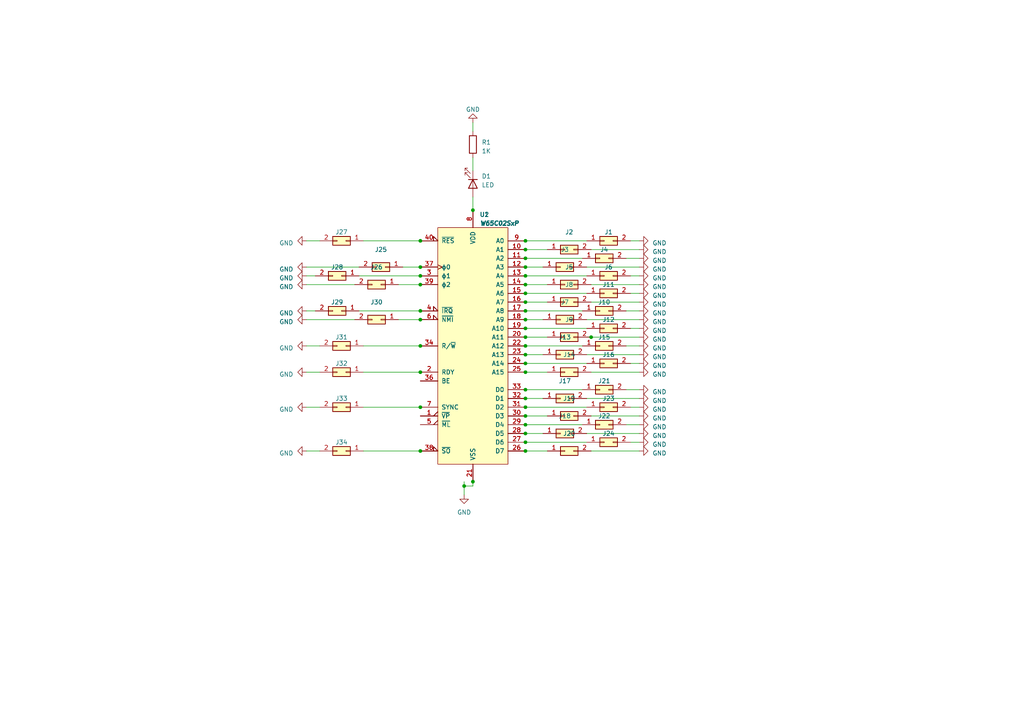
<source format=kicad_sch>
(kicad_sch (version 20230121) (generator eeschema)
  (paper "A4")
  (lib_symbols
    (symbol "6502:W65C02SxP" (pin_names (offset 1.016))
      (property "Reference" "U" (at -10.16 35.56 0))
      (property "Value" "W65C02SxP" (at 0 0 90))
      (symbol "W65C02SxP_0_1"
        (rectangle (start -10.16 34.29) (end 10.16 -34.29) (fill (type background)))
      )
      (symbol "W65C02SxP_1_1"
        (pin output output_low (at -15.24 -20.32 0) (length 5.08) (name "~{VP}") (number "1"))
        (pin tri_state line (at 15.24 27.94 180) (length 5.08) (name "A1") (number "10"))
        (pin tri_state line (at 15.24 25.4 180) (length 5.08) (name "A2") (number "11"))
        (pin tri_state line (at 15.24 22.86 180) (length 5.08) (name "A3") (number "12"))
        (pin tri_state line (at 15.24 20.32 180) (length 5.08) (name "A4") (number "13"))
        (pin tri_state line (at 15.24 17.78 180) (length 5.08) (name "A5") (number "14"))
        (pin tri_state line (at 15.24 15.24 180) (length 5.08) (name "A6") (number "15"))
        (pin tri_state line (at 15.24 12.7 180) (length 5.08) (name "A7") (number "16"))
        (pin tri_state line (at 15.24 10.16 180) (length 5.08) (name "A8") (number "17"))
        (pin tri_state line (at 15.24 7.62 180) (length 5.08) (name "A9") (number "18"))
        (pin tri_state line (at 15.24 5.08 180) (length 5.08) (name "A10") (number "19"))
        (pin open_collector line (at -15.24 -7.62 0) (length 5.08) (name "RDY") (number "2"))
        (pin tri_state line (at 15.24 2.54 180) (length 5.08) (name "A11") (number "20"))
        (pin power_in line (at 0 -39.37 90) (length 5.08) (name "VSS") (number "21"))
        (pin tri_state line (at 15.24 0 180) (length 5.08) (name "A12") (number "22"))
        (pin tri_state line (at 15.24 -2.54 180) (length 5.08) (name "A13") (number "23"))
        (pin tri_state line (at 15.24 -5.08 180) (length 5.08) (name "A14") (number "24"))
        (pin tri_state line (at 15.24 -7.62 180) (length 5.08) (name "A15") (number "25"))
        (pin bidirectional line (at 15.24 -30.48 180) (length 5.08) (name "D7") (number "26"))
        (pin bidirectional line (at 15.24 -27.94 180) (length 5.08) (name "D6") (number "27"))
        (pin bidirectional line (at 15.24 -25.4 180) (length 5.08) (name "D5") (number "28"))
        (pin bidirectional line (at 15.24 -22.86 180) (length 5.08) (name "D4") (number "29"))
        (pin output line (at -15.24 20.32 0) (length 5.08) (name "ϕ1") (number "3"))
        (pin bidirectional line (at 15.24 -20.32 180) (length 5.08) (name "D3") (number "30"))
        (pin bidirectional line (at 15.24 -17.78 180) (length 5.08) (name "D2") (number "31"))
        (pin bidirectional line (at 15.24 -15.24 180) (length 5.08) (name "D1") (number "32"))
        (pin bidirectional line (at 15.24 -12.7 180) (length 5.08) (name "D0") (number "33"))
        (pin tri_state line (at -15.24 0 0) (length 5.08) (name "R/~{W}") (number "34"))
        (pin no_connect non_logic (at -10.16 -27.94 0) (length 2.54) hide (name "nc") (number "35"))
        (pin input line (at -15.24 -10.16 0) (length 5.08) (name "BE") (number "36"))
        (pin input clock (at -15.24 22.86 0) (length 5.08) (name "ϕ0") (number "37"))
        (pin input input_low (at -15.24 -30.48 0) (length 5.08) (name "~{SO}") (number "38"))
        (pin output line (at -15.24 17.78 0) (length 5.08) (name "ϕ2") (number "39"))
        (pin input input_low (at -15.24 10.16 0) (length 5.08) (name "~{IRQ}") (number "4"))
        (pin input input_low (at -15.24 30.48 0) (length 5.08) (name "~{RES}") (number "40"))
        (pin output output_low (at -15.24 -22.86 0) (length 5.08) (name "~{ML}") (number "5"))
        (pin input input_low (at -15.24 7.62 0) (length 5.08) (name "~{NMI}") (number "6"))
        (pin output line (at -15.24 -17.78 0) (length 5.08) (name "SYNC") (number "7"))
        (pin power_in line (at 0 39.37 270) (length 5.08) (name "VDD") (number "8"))
        (pin tri_state line (at 15.24 30.48 180) (length 5.08) (name "A0") (number "9"))
      )
    )
    (symbol "Connector_Generic:Conn_02x01" (pin_names (offset 1.016) hide)
      (property "Reference" "J" (at 1.27 2.54 0))
      (property "Value" "Conn_02x01" (at 1.27 -2.54 0))
      (symbol "Conn_02x01_1_1"
        (rectangle (start -1.27 0.127) (end 0 -0.127) (stroke (width 0.1524)))
        (rectangle (start -1.27 1.27) (end 3.81 -1.27) (stroke (width 0.254)) (fill (type background)))
        (rectangle (start 3.81 0.127) (end 2.54 -0.127) (stroke (width 0.1524)))
        (pin passive line (at -5.08 0 0) (length 3.81) (name "Pin_1") (number "1"))
        (pin passive line (at 7.62 0 180) (length 3.81) (name "Pin_2") (number "2"))
      )
    )
    (symbol "Device:LED" (pin_numbers hide) (pin_names (offset 1.016) hide)
      (property "Reference" "D" (at 0 2.54 0))
      (property "Value" "LED" (at 0 -2.54 0))
      (symbol "LED_0_1"
        (polyline (pts (xy -1.27 -1.27) (xy -1.27 1.27)) (stroke (width 0.254)))
        (polyline (pts (xy -1.27 0) (xy 1.27 0)))
        (polyline (pts (xy 1.27 -1.27) (xy 1.27 1.27) (xy -1.27 0) (xy 1.27 -1.27)) (stroke (width 0.254)))
        (polyline (pts (xy -3.048 -0.762) (xy -4.572 -2.286) (xy -3.81 -2.286) (xy -4.572 -2.286) (xy -4.572 -1.524)))
        (polyline (pts (xy -1.778 -0.762) (xy -3.302 -2.286) (xy -2.54 -2.286) (xy -3.302 -2.286) (xy -3.302 -1.524)))
      )
      (symbol "LED_1_1"
        (pin passive line (at -3.81 0 0) (length 2.54) (name "K") (number "1"))
        (pin passive line (at 3.81 0 180) (length 2.54) (name "A") (number "2"))
      )
    )
    (symbol "Device:R" (pin_numbers hide) (pin_names (offset 0))
      (property "Reference" "R" (at 2.032 0 90))
      (property "Value" "R" (at 0 0 90))
      (symbol "R_0_1"
        (rectangle (start -1.016 -2.54) (end 1.016 2.54) (stroke (width 0.254)))
      )
      (symbol "R_1_1"
        (pin passive line (at 0 3.81 270) (length 1.27) (name "~") (number "1"))
        (pin passive line (at 0 -3.81 90) (length 1.27) (name "~") (number "2"))
      )
    )
    (symbol "power:GND" (power) (pin_names (offset 0))
      (property "Value" "GND" (at 0 -3.81 0))
      (symbol "GND_0_1"
        (polyline (pts (xy 0 0) (xy 0 -1.27) (xy 1.27 -1.27) (xy 0 -2.54) (xy -1.27 -1.27) (xy 0 -1.27)))
      )
      (symbol "GND_1_1"
        (pin power_in line (at 0 0 270) (length 0) hide (name "GND") (number "1"))
      )
    )
  )
  (junction (at 152.4 85.09))
  (junction (at 152.4 123.19))
  (junction (at 152.4 82.55))
  (junction (at 152.4 72.39))
  (junction (at 152.4 128.27))
  (junction (at 121.92 107.95))
  (junction (at 134.62 140.97))
  (junction (at 152.4 102.87))
  (junction (at 121.92 90.17))
  (junction (at 152.4 130.81))
  (junction (at 137.16 139.7))
  (junction (at 121.92 69.85))
  (junction (at 152.4 80.01))
  (junction (at 121.92 77.47))
  (junction (at 121.92 80.01))
  (junction (at 121.92 92.71))
  (junction (at 137.16 60.96))
  (junction (at 121.92 82.55))
  (junction (at 152.4 69.85))
  (junction (at 152.4 90.17))
  (junction (at 152.4 115.57))
  (junction (at 152.4 120.65))
  (junction (at 152.4 118.11))
  (junction (at 171.45 97.79))
  (junction (at 152.4 74.93))
  (junction (at 152.4 97.79))
  (junction (at 152.4 92.71))
  (junction (at 152.4 125.73))
  (junction (at 152.4 77.47))
  (junction (at 121.92 118.11))
  (junction (at 152.4 95.25))
  (junction (at 152.4 107.95))
  (junction (at 121.92 130.81))
  (junction (at 152.4 87.63))
  (junction (at 121.92 100.33))
  (junction (at 152.4 105.41))
  (junction (at 152.4 113.03))
  (junction (at 152.4 100.33))
  (wire (pts (xy 181.61 100.33) (xy 185.42 100.33)))
  (wire (pts (xy 152.4 72.39) (xy 158.75 72.39)))
  (wire (pts (xy 182.88 69.85) (xy 185.42 69.85)))
  (wire (pts (xy 121.92 80.01) (xy 104.14 80.01)))
  (wire (pts (xy 170.18 92.71) (xy 185.42 92.71)))
  (wire (pts (xy 137.16 35.56) (xy 137.16 38.1)))
  (wire (pts (xy 171.45 130.81) (xy 185.42 130.81)))
  (wire (pts (xy 121.92 82.55) (xy 115.57 82.55)))
  (wire (pts (xy 115.57 92.71) (xy 121.92 92.71)))
  (wire (pts (xy 137.16 140.97) (xy 137.16 139.7)))
  (wire (pts (xy 134.62 140.97) (xy 134.62 143.51)))
  (wire (pts (xy 171.45 72.39) (xy 185.42 72.39)))
  (wire (pts (xy 152.4 102.87) (xy 157.48 102.87)))
  (wire (pts (xy 152.4 92.71) (xy 157.48 92.71)))
  (wire (pts (xy 104.14 77.47) (xy 88.9 77.47)))
  (wire (pts (xy 121.92 90.17) (xy 104.14 90.17)))
  (wire (pts (xy 171.45 107.95) (xy 185.42 107.95)))
  (wire (pts (xy 170.18 77.47) (xy 185.42 77.47)))
  (wire (pts (xy 171.45 82.55) (xy 185.42 82.55)))
  (wire (pts (xy 152.4 80.01) (xy 170.18 80.01)))
  (wire (pts (xy 121.92 77.47) (xy 116.84 77.47)))
  (wire (pts (xy 88.9 130.81) (xy 92.71 130.81)))
  (wire (pts (xy 102.87 92.71) (xy 88.9 92.71)))
  (wire (pts (xy 182.88 118.11) (xy 185.42 118.11)))
  (wire (pts (xy 105.41 100.33) (xy 121.92 100.33)))
  (wire (pts (xy 182.88 85.09) (xy 185.42 85.09)))
  (wire (pts (xy 152.4 123.19) (xy 168.91 123.19)))
  (wire (pts (xy 152.4 74.93) (xy 168.91 74.93)))
  (wire (pts (xy 152.4 115.57) (xy 157.48 115.57)))
  (wire (pts (xy 134.62 139.7) (xy 134.62 140.97)))
  (wire (pts (xy 170.18 102.87) (xy 185.42 102.87)))
  (wire (pts (xy 88.9 118.11) (xy 92.71 118.11)))
  (wire (pts (xy 152.4 95.25) (xy 170.18 95.25)))
  (wire (pts (xy 152.4 118.11) (xy 170.18 118.11)))
  (wire (pts (xy 181.61 74.93) (xy 185.42 74.93)))
  (wire (pts (xy 88.9 100.33) (xy 92.71 100.33)))
  (wire (pts (xy 170.18 115.57) (xy 185.42 115.57)))
  (wire (pts (xy 91.44 80.01) (xy 88.9 80.01)))
  (wire (pts (xy 152.4 77.47) (xy 157.48 77.47)))
  (wire (pts (xy 182.88 128.27) (xy 185.42 128.27)))
  (wire (pts (xy 152.4 130.81) (xy 158.75 130.81)))
  (wire (pts (xy 152.4 107.95) (xy 158.75 107.95)))
  (wire (pts (xy 152.4 85.09) (xy 170.18 85.09)))
  (wire (pts (xy 181.61 123.19) (xy 185.42 123.19)))
  (wire (pts (xy 152.4 125.73) (xy 157.48 125.73)))
  (wire (pts (xy 171.45 120.65) (xy 185.42 120.65)))
  (wire (pts (xy 152.4 90.17) (xy 168.91 90.17)))
  (wire (pts (xy 152.4 82.55) (xy 158.75 82.55)))
  (wire (pts (xy 152.4 128.27) (xy 170.18 128.27)))
  (wire (pts (xy 152.4 97.79) (xy 158.75 97.79)))
  (wire (pts (xy 134.62 140.97) (xy 137.16 140.97)))
  (wire (pts (xy 105.41 130.81) (xy 121.92 130.81)))
  (wire (pts (xy 181.61 113.03) (xy 185.42 113.03)))
  (wire (pts (xy 137.16 45.72) (xy 137.16 49.53)))
  (wire (pts (xy 170.18 125.73) (xy 185.42 125.73)))
  (wire (pts (xy 105.41 69.85) (xy 121.92 69.85)))
  (wire (pts (xy 171.45 87.63) (xy 185.42 87.63)))
  (wire (pts (xy 88.9 107.95) (xy 92.71 107.95)))
  (wire (pts (xy 105.41 107.95) (xy 121.92 107.95)))
  (wire (pts (xy 181.61 90.17) (xy 185.42 90.17)))
  (wire (pts (xy 152.4 105.41) (xy 170.18 105.41)))
  (wire (pts (xy 152.4 87.63) (xy 158.75 87.63)))
  (wire (pts (xy 152.4 69.85) (xy 170.18 69.85)))
  (wire (pts (xy 152.4 120.65) (xy 158.75 120.65)))
  (wire (pts (xy 137.16 57.15) (xy 137.16 60.96)))
  (wire (pts (xy 182.88 105.41) (xy 185.42 105.41)))
  (wire (pts (xy 88.9 69.85) (xy 92.71 69.85)))
  (wire (pts (xy 152.4 113.03) (xy 168.91 113.03)))
  (wire (pts (xy 105.41 118.11) (xy 121.92 118.11)))
  (wire (pts (xy 182.88 95.25) (xy 185.42 95.25)))
  (wire (pts (xy 152.4 100.33) (xy 168.91 100.33)))
  (wire (pts (xy 171.45 97.79) (xy 185.42 97.79)))
  (wire (pts (xy 182.88 80.01) (xy 185.42 80.01)))
  (wire (pts (xy 170.18 97.79) (xy 171.45 97.79)))
  (wire (pts (xy 91.44 90.17) (xy 88.9 90.17)))
  (wire (pts (xy 102.87 82.55) (xy 88.9 82.55)))
  (symbol (lib_id "Connector_Generic:Conn_02x01") (at 175.26 85.09 0) (unit 1)
    (property "Reference" "J11" (at 176.53 82.55 0))
    (property "Value" "Conn_02x01" (effects hide))
    (property "Footprint" "Connector_PinHeader_2.54mm:PinHeader_2x01_P2.54mm_Vertical" (effects hide))
  )
  (symbol (lib_id "power:GND") (at 88.9 92.71 270) (mirror x) (unit 1)
    (property "Reference" "#PWR030" (effects hide))
    (property "Value" "GND" (at 85.09 93.345 90) (effects (justify right)))
  )
  (symbol (lib_id "Connector_Generic:Conn_02x01") (at 173.99 113.03 0) (unit 1)
    (property "Reference" "J21" (at 175.26 110.49 0))
    (property "Value" "Conn_02x01" (effects hide))
    (property "Footprint" "Connector_PinHeader_2.54mm:PinHeader_2x01_P2.54mm_Vertical" (effects hide))
  )
  (symbol (lib_id "power:GND") (at 185.42 107.95 90) (unit 1)
    (property "Reference" "#PWR016" (effects hide))
    (property "Value" "GND" (at 189.23 108.585 90) (effects (justify right)))
  )
  (symbol (lib_id "Connector_Generic:Conn_02x01") (at 163.83 82.55 0) (unit 1)
    (property "Reference" "J5" (at 165.1 77.47 0))
    (property "Value" "Conn_02x01" (effects hide))
    (property "Footprint" "Connector_PinHeader_2.54mm:PinHeader_2x01_P2.54mm_Vertical" (effects hide))
  )
  (symbol (lib_id "Connector_Generic:Conn_02x01") (at 100.33 107.95 0) (mirror y) (unit 1)
    (property "Reference" "J32" (at 99.06 105.41 0))
    (property "Value" "Conn_02x01" (effects hide))
    (property "Footprint" "Connector_PinHeader_2.54mm:PinHeader_2x01_P2.54mm_Vertical" (effects hide))
  )
  (symbol (lib_id "Connector_Generic:Conn_02x01") (at 163.83 120.65 0) (unit 1)
    (property "Reference" "J19" (at 165.1 115.57 0))
    (property "Value" "Conn_02x01" (effects hide))
    (property "Footprint" "Connector_PinHeader_2.54mm:PinHeader_2x01_P2.54mm_Vertical" (effects hide))
  )
  (symbol (lib_id "power:GND") (at 185.42 120.65 90) (unit 1)
    (property "Reference" "#PWR022" (effects hide))
    (property "Value" "GND" (at 189.23 121.285 90) (effects (justify right)))
  )
  (symbol (lib_id "power:GND") (at 88.9 130.81 270) (mirror x) (unit 1)
    (property "Reference" "#PWR034" (effects hide))
    (property "Value" "GND" (at 85.09 131.445 90) (effects (justify right)))
  )
  (symbol (lib_id "Connector_Generic:Conn_02x01") (at 173.99 74.93 0) (unit 1)
    (property "Reference" "J4" (at 175.26 72.39 0))
    (property "Value" "Conn_02x01" (effects hide))
    (property "Footprint" "Connector_PinHeader_2.54mm:PinHeader_2x01_P2.54mm_Vertical" (effects hide))
  )
  (symbol (lib_id "Connector_Generic:Conn_02x01") (at 162.56 102.87 0) (unit 1)
    (property "Reference" "J13" (at 163.83 97.79 0))
    (property "Value" "Conn_02x01" (effects hide))
    (property "Footprint" "Connector_PinHeader_2.54mm:PinHeader_2x01_P2.54mm_Vertical" (effects hide))
  )
  (symbol (lib_id "Connector_Generic:Conn_02x01") (at 163.83 72.39 0) (unit 1)
    (property "Reference" "J2" (at 165.1 67.31 0))
    (property "Value" "Conn_02x01" (effects hide))
    (property "Footprint" "Connector_PinHeader_2.54mm:PinHeader_2x01_P2.54mm_Vertical" (effects hide))
  )
  (symbol (lib_id "power:GND") (at 185.42 115.57 90) (unit 1)
    (property "Reference" "#PWR018" (effects hide))
    (property "Value" "GND" (at 189.23 116.205 90) (effects (justify right)))
  )
  (symbol (lib_id "Connector_Generic:Conn_02x01") (at 111.76 77.47 0) (mirror y) (unit 1)
    (property "Reference" "J25" (at 110.49 72.39 0))
    (property "Value" "Conn_02x01" (effects hide))
    (property "Footprint" "Connector_PinHeader_2.54mm:PinHeader_2x01_P2.54mm_Vertical" (effects hide))
  )
  (symbol (lib_id "power:GND") (at 185.42 87.63 90) (unit 1)
    (property "Reference" "#PWR010" (effects hide))
    (property "Value" "GND" (at 189.23 88.265 90) (effects (justify right)))
  )
  (symbol (lib_id "power:GND") (at 185.42 113.03 90) (unit 1)
    (property "Reference" "#PWR017" (effects hide))
    (property "Value" "GND" (at 189.23 113.665 90) (effects (justify right)))
  )
  (symbol (lib_id "Connector_Generic:Conn_02x01") (at 100.33 100.33 0) (mirror y) (unit 1)
    (property "Reference" "J31" (at 99.06 97.79 0))
    (property "Value" "Conn_02x01" (effects hide))
    (property "Footprint" "Connector_PinHeader_2.54mm:PinHeader_2x01_P2.54mm_Vertical" (effects hide))
  )
  (symbol (lib_id "Connector_Generic:Conn_02x01") (at 162.56 92.71 0) (unit 1)
    (property "Reference" "J7" (at 163.83 87.63 0))
    (property "Value" "Conn_02x01" (effects hide))
    (property "Footprint" "Connector_PinHeader_2.54mm:PinHeader_2x01_P2.54mm_Vertical" (effects hide))
  )
  (symbol (lib_id "power:GND") (at 185.42 69.85 90) (unit 1)
    (property "Reference" "#PWR01" (effects hide))
    (property "Value" "GND" (at 189.23 70.485 90) (effects (justify right)))
  )
  (symbol (lib_id "Connector_Generic:Conn_02x01") (at 173.99 123.19 0) (unit 1)
    (property "Reference" "J22" (at 175.26 120.65 0))
    (property "Value" "Conn_02x01" (effects hide))
    (property "Footprint" "Connector_PinHeader_2.54mm:PinHeader_2x01_P2.54mm_Vertical" (effects hide))
  )
  (symbol (lib_id "Connector_Generic:Conn_02x01") (at 163.83 130.81 0) (unit 1)
    (property "Reference" "J20" (at 165.1 125.73 0))
    (property "Value" "Conn_02x01" (effects hide))
    (property "Footprint" "Connector_PinHeader_2.54mm:PinHeader_2x01_P2.54mm_Vertical" (effects hide))
  )
  (symbol (lib_id "power:GND") (at 185.42 72.39 90) (unit 1)
    (property "Reference" "#PWR02" (effects hide))
    (property "Value" "GND" (at 189.23 73.025 90) (effects (justify right)))
  )
  (symbol (lib_id "power:GND") (at 185.42 125.73 90) (unit 1)
    (property "Reference" "#PWR020" (effects hide))
    (property "Value" "GND" (at 189.23 126.365 90) (effects (justify right)))
  )
  (symbol (lib_id "power:GND") (at 185.42 105.41 90) (unit 1)
    (property "Reference" "#PWR015" (effects hide))
    (property "Value" "GND" (at 189.23 106.045 90) (effects (justify right)))
  )
  (symbol (lib_id "Connector_Generic:Conn_02x01") (at 100.33 130.81 0) (mirror y) (unit 1)
    (property "Reference" "J34" (at 99.06 128.27 0))
    (property "Value" "Conn_02x01" (effects hide))
    (property "Footprint" "Connector_PinHeader_2.54mm:PinHeader_2x01_P2.54mm_Vertical" (effects hide))
  )
  (symbol (lib_id "Connector_Generic:Conn_02x01") (at 163.83 97.79 0) (unit 1)
    (property "Reference" "J9" (at 165.1 92.71 0))
    (property "Value" "Conn_02x01" (effects hide))
    (property "Footprint" "Connector_PinHeader_2.54mm:PinHeader_2x01_P2.54mm_Vertical" (effects hide))
  )
  (symbol (lib_id "power:GND") (at 185.42 90.17 90) (unit 1)
    (property "Reference" "#PWR07" (effects hide))
    (property "Value" "GND" (at 189.23 90.805 90) (effects (justify right)))
  )
  (symbol (lib_id "Connector_Generic:Conn_02x01") (at 110.49 92.71 0) (mirror y) (unit 1)
    (property "Reference" "J30" (at 109.22 87.63 0))
    (property "Value" "Conn_02x01" (effects hide))
    (property "Footprint" "Connector_PinHeader_2.54mm:PinHeader_2x01_P2.54mm_Vertical" (effects hide))
  )
  (symbol (lib_id "Connector_Generic:Conn_02x01") (at 162.56 125.73 0) (unit 1)
    (property "Reference" "J18" (at 163.83 120.65 0))
    (property "Value" "Conn_02x01" (effects hide))
    (property "Footprint" "Connector_PinHeader_2.54mm:PinHeader_2x01_P2.54mm_Vertical" (effects hide))
  )
  (symbol (lib_id "Connector_Generic:Conn_02x01") (at 175.26 105.41 0) (unit 1)
    (property "Reference" "J16" (at 176.53 102.87 0))
    (property "Value" "Conn_02x01" (effects hide))
    (property "Footprint" "Connector_PinHeader_2.54mm:PinHeader_2x01_P2.54mm_Vertical" (effects hide))
  )
  (symbol (lib_id "power:GND") (at 185.42 85.09 90) (unit 1)
    (property "Reference" "#PWR09" (effects hide))
    (property "Value" "GND" (at 189.23 85.725 90) (effects (justify right)))
  )
  (symbol (lib_id "6502:W65C02SxP") (at 137.16 100.33 0) (unit 1)
    (property "Reference" "U2" (at 139.1159 62.23 0) (effects (justify left)))
    (property "Value" "W65C02SxP" (at 139.1159 64.77 0) (effects (font bold italic) (justify left)))
    (property "Footprint" "Package_DIP:DIP-40_W15.24mm" (effects hide))
    (property "Datasheet" "http://www.westerndesigncenter.com/wdc/documentation/w65c02s.pdf" (effects hide))
  )
  (symbol (lib_id "Connector_Generic:Conn_02x01") (at 162.56 77.47 0) (unit 1)
    (property "Reference" "J3" (at 163.83 72.39 0))
    (property "Value" "Conn_02x01" (effects hide))
    (property "Footprint" "Connector_PinHeader_2.54mm:PinHeader_2x01_P2.54mm_Vertical" (effects hide))
  )
  (symbol (lib_id "power:GND") (at 88.9 107.95 270) (mirror x) (unit 1)
    (property "Reference" "#PWR032" (effects hide))
    (property "Value" "GND" (at 85.09 108.585 90) (effects (justify right)))
  )
  (symbol (lib_id "Connector_Generic:Conn_02x01") (at 99.06 90.17 0) (mirror y) (unit 1)
    (property "Reference" "J29" (at 97.79 87.63 0))
    (property "Value" "Conn_02x01" (effects hide))
    (property "Footprint" "Connector_PinHeader_2.54mm:PinHeader_2x01_P2.54mm_Vertical" (effects hide))
  )
  (symbol (lib_id "Connector_Generic:Conn_02x01") (at 173.99 90.17 0) (unit 1)
    (property "Reference" "J10" (at 175.26 87.63 0))
    (property "Value" "Conn_02x01" (effects hide))
    (property "Footprint" "Connector_PinHeader_2.54mm:PinHeader_2x01_P2.54mm_Vertical" (effects hide))
  )
  (symbol (lib_id "Connector_Generic:Conn_02x01") (at 162.56 115.57 0) (unit 1)
    (property "Reference" "J17" (at 163.83 110.49 0))
    (property "Value" "Conn_02x01" (effects hide))
    (property "Footprint" "Connector_PinHeader_2.54mm:PinHeader_2x01_P2.54mm_Vertical" (effects hide))
  )
  (symbol (lib_id "power:GND") (at 88.9 90.17 270) (mirror x) (unit 1)
    (property "Reference" "#PWR029" (effects hide))
    (property "Value" "GND" (at 85.09 90.805 90) (effects (justify right)))
  )
  (symbol (lib_id "power:GND") (at 185.42 74.93 90) (unit 1)
    (property "Reference" "#PWR03" (effects hide))
    (property "Value" "GND" (at 189.23 75.565 90) (effects (justify right)))
  )
  (symbol (lib_id "Connector_Generic:Conn_02x01") (at 99.06 80.01 0) (mirror y) (unit 1)
    (property "Reference" "J28" (at 97.79 77.47 0))
    (property "Value" "Conn_02x01" (effects hide))
    (property "Footprint" "Connector_PinHeader_2.54mm:PinHeader_2x01_P2.54mm_Vertical" (effects hide))
  )
  (symbol (lib_id "power:GND") (at 88.9 80.01 270) (mirror x) (unit 1)
    (property "Reference" "#PWR027" (effects hide))
    (property "Value" "GND" (at 85.09 80.645 90) (effects (justify right)))
  )
  (symbol (lib_id "power:GND") (at 88.9 82.55 270) (mirror x) (unit 1)
    (property "Reference" "#PWR028" (effects hide))
    (property "Value" "GND" (at 85.09 83.185 90) (effects (justify right)))
  )
  (symbol (lib_id "power:GND") (at 88.9 77.47 270) (mirror x) (unit 1)
    (property "Reference" "#PWR026" (effects hide))
    (property "Value" "GND" (at 85.09 78.105 90) (effects (justify right)))
  )
  (symbol (lib_id "power:GND") (at 185.42 118.11 90) (unit 1)
    (property "Reference" "#PWR021" (effects hide))
    (property "Value" "GND" (at 189.23 118.745 90) (effects (justify right)))
  )
  (symbol (lib_id "Connector_Generic:Conn_02x01") (at 163.83 107.95 0) (unit 1)
    (property "Reference" "J14" (at 165.1 102.87 0))
    (property "Value" "Conn_02x01" (effects hide))
    (property "Footprint" "Connector_PinHeader_2.54mm:PinHeader_2x01_P2.54mm_Vertical" (effects hide))
  )
  (symbol (lib_id "power:GND") (at 88.9 69.85 270) (mirror x) (unit 1)
    (property "Reference" "#PWR025" (effects hide))
    (property "Value" "GND" (at 85.09 70.485 90) (effects (justify right)))
  )
  (symbol (lib_id "power:GND") (at 134.62 143.51 0) (mirror y) (unit 1)
    (property "Reference" "#PWR035" (effects hide))
    (property "Value" "GND" (at 134.62 148.59 0))
  )
  (symbol (lib_id "Connector_Generic:Conn_02x01") (at 175.26 80.01 0) (unit 1)
    (property "Reference" "J6" (at 176.53 77.47 0))
    (property "Value" "Conn_02x01" (effects hide))
    (property "Footprint" "Connector_PinHeader_2.54mm:PinHeader_2x01_P2.54mm_Vertical" (effects hide))
  )
  (symbol (lib_id "power:GND") (at 185.42 95.25 90) (unit 1)
    (property "Reference" "#PWR011" (effects hide))
    (property "Value" "GND" (at 189.23 95.885 90) (effects (justify right)))
  )
  (symbol (lib_id "power:GND") (at 185.42 123.19 90) (unit 1)
    (property "Reference" "#PWR019" (effects hide))
    (property "Value" "GND" (at 189.23 123.825 90) (effects (justify right)))
  )
  (symbol (lib_id "power:GND") (at 137.16 35.56 180) (unit 1)
    (property "Reference" "#PWR036" (effects hide))
    (property "Value" "GND" (at 137.16 31.75 0))
  )
  (symbol (lib_id "Device:LED") (at 137.16 53.34 270) (unit 1)
    (property "Reference" "D1" (at 139.7 51.1175 90) (effects (justify left)))
    (property "Value" "LED" (at 139.7 53.6575 90) (effects (justify left)))
    (property "Footprint" "LED_THT:LED_D3.0mm" (effects hide))
  )
  (symbol (lib_id "Connector_Generic:Conn_02x01") (at 100.33 69.85 0) (mirror y) (unit 1)
    (property "Reference" "J27" (at 99.06 67.31 0))
    (property "Value" "Conn_02x01" (effects hide))
    (property "Footprint" "Connector_PinHeader_2.54mm:PinHeader_2x01_P2.54mm_Vertical" (effects hide))
  )
  (symbol (lib_id "Connector_Generic:Conn_02x01") (at 175.26 95.25 0) (unit 1)
    (property "Reference" "J12" (at 176.53 92.71 0))
    (property "Value" "Conn_02x01" (effects hide))
    (property "Footprint" "Connector_PinHeader_2.54mm:PinHeader_2x01_P2.54mm_Vertical" (effects hide))
  )
  (symbol (lib_id "Connector_Generic:Conn_02x01") (at 173.99 100.33 0) (unit 1)
    (property "Reference" "J15" (at 175.26 97.79 0))
    (property "Value" "Conn_02x01" (effects hide))
    (property "Footprint" "Connector_PinHeader_2.54mm:PinHeader_2x01_P2.54mm_Vertical" (effects hide))
  )
  (symbol (lib_id "power:GND") (at 185.42 100.33 90) (unit 1)
    (property "Reference" "#PWR013" (effects hide))
    (property "Value" "GND" (at 189.23 100.965 90) (effects (justify right)))
  )
  (symbol (lib_id "Connector_Generic:Conn_02x01") (at 100.33 118.11 0) (mirror y) (unit 1)
    (property "Reference" "J33" (at 99.06 115.57 0))
    (property "Value" "Conn_02x01" (effects hide))
    (property "Footprint" "Connector_PinHeader_2.54mm:PinHeader_2x01_P2.54mm_Vertical" (effects hide))
  )
  (symbol (lib_id "Connector_Generic:Conn_02x01") (at 110.49 82.55 0) (mirror y) (unit 1)
    (property "Reference" "J26" (at 109.22 77.47 0))
    (property "Value" "Conn_02x01" (effects hide))
    (property "Footprint" "Connector_PinHeader_2.54mm:PinHeader_2x01_P2.54mm_Vertical" (effects hide))
  )
  (symbol (lib_id "Connector_Generic:Conn_02x01") (at 175.26 118.11 0) (unit 1)
    (property "Reference" "J23" (at 176.53 115.57 0))
    (property "Value" "Conn_02x01" (effects hide))
    (property "Footprint" "Connector_PinHeader_2.54mm:PinHeader_2x01_P2.54mm_Vertical" (effects hide))
  )
  (symbol (lib_id "power:GND") (at 88.9 100.33 270) (mirror x) (unit 1)
    (property "Reference" "#PWR031" (effects hide))
    (property "Value" "GND" (at 85.09 100.965 90) (effects (justify right)))
  )
  (symbol (lib_id "Connector_Generic:Conn_02x01") (at 163.83 87.63 0) (unit 1)
    (property "Reference" "J8" (at 165.1 82.55 0))
    (property "Value" "Conn_02x01" (effects hide))
    (property "Footprint" "Connector_PinHeader_2.54mm:PinHeader_2x01_P2.54mm_Vertical" (effects hide))
  )
  (symbol (lib_id "6502:W65C02SxP") (at 137.16 100.33 0) (unit 1)
    (property "Reference" "U1" (at 139.1159 62.23 0) (effects (justify left)))
    (property "Value" "W65C02SxP" (at 139.1159 64.77 0) (effects (font bold italic) (justify left)))
    (property "Footprint" "Package_DIP:DIP-40_W15.24mm" (effects hide))
    (property "Datasheet" "http://www.westerndesigncenter.com/wdc/documentation/w65c02s.pdf" (effects hide))
  )
  (symbol (lib_id "power:GND") (at 185.42 130.81 90) (unit 1)
    (property "Reference" "#PWR024" (effects hide))
    (property "Value" "GND" (at 189.23 131.445 90) (effects (justify right)))
  )
  (symbol (lib_id "Connector_Generic:Conn_02x01") (at 175.26 69.85 0) (unit 1)
    (property "Reference" "J1" (at 176.53 67.31 0))
    (property "Value" "Conn_02x01" (effects hide))
    (property "Footprint" "Connector_PinHeader_2.54mm:PinHeader_2x01_P2.54mm_Vertical" (effects hide))
  )
  (symbol (lib_id "power:GND") (at 185.42 92.71 90) (unit 1)
    (property "Reference" "#PWR08" (effects hide))
    (property "Value" "GND" (at 189.23 93.345 90) (effects (justify right)))
  )
  (symbol (lib_id "Device:R") (at 137.16 41.91 0) (unit 1)
    (property "Reference" "R1" (at 139.7 41.275 0) (effects (justify left)))
    (property "Value" "1K" (at 139.7 43.815 0) (effects (justify left)))
    (property "Footprint" "Resistor_THT:R_Axial_DIN0207_L6.3mm_D2.5mm_P10.16mm_Horizontal" (effects hide))
  )
  (symbol (lib_id "power:GND") (at 185.42 77.47 90) (unit 1)
    (property "Reference" "#PWR04" (effects hide))
    (property "Value" "GND" (at 189.23 78.105 90) (effects (justify right)))
  )
  (symbol (lib_id "power:GND") (at 185.42 102.87 90) (unit 1)
    (property "Reference" "#PWR014" (effects hide))
    (property "Value" "GND" (at 189.23 103.505 90) (effects (justify right)))
  )
  (symbol (lib_id "power:GND") (at 185.42 128.27 90) (unit 1)
    (property "Reference" "#PWR023" (effects hide))
    (property "Value" "GND" (at 189.23 128.905 90) (effects (justify right)))
  )
  (symbol (lib_id "power:GND") (at 185.42 82.55 90) (unit 1)
    (property "Reference" "#PWR06" (effects hide))
    (property "Value" "GND" (at 189.23 83.185 90) (effects (justify right)))
  )
  (symbol (lib_id "power:GND") (at 185.42 97.79 90) (unit 1)
    (property "Reference" "#PWR012" (effects hide))
    (property "Value" "GND" (at 189.23 98.425 90) (effects (justify right)))
  )
  (symbol (lib_id "power:GND") (at 88.9 118.11 270) (mirror x) (unit 1)
    (property "Reference" "#PWR033" (effects hide))
    (property "Value" "GND" (at 85.09 118.745 90) (effects (justify right)))
  )
  (symbol (lib_id "Connector_Generic:Conn_02x01") (at 175.26 128.27 0) (unit 1)
    (property "Reference" "J24" (at 176.53 125.73 0))
    (property "Value" "Conn_02x01" (effects hide))
    (property "Footprint" "Connector_PinHeader_2.54mm:PinHeader_2x01_P2.54mm_Vertical" (effects hide))
  )
  (symbol (lib_id "power:GND") (at 185.42 80.01 90) (unit 1)
    (property "Reference" "#PWR05" (effects hide))
    (property "Value" "GND" (at 189.23 80.645 90) (effects (justify right)))
  )
)
</source>
